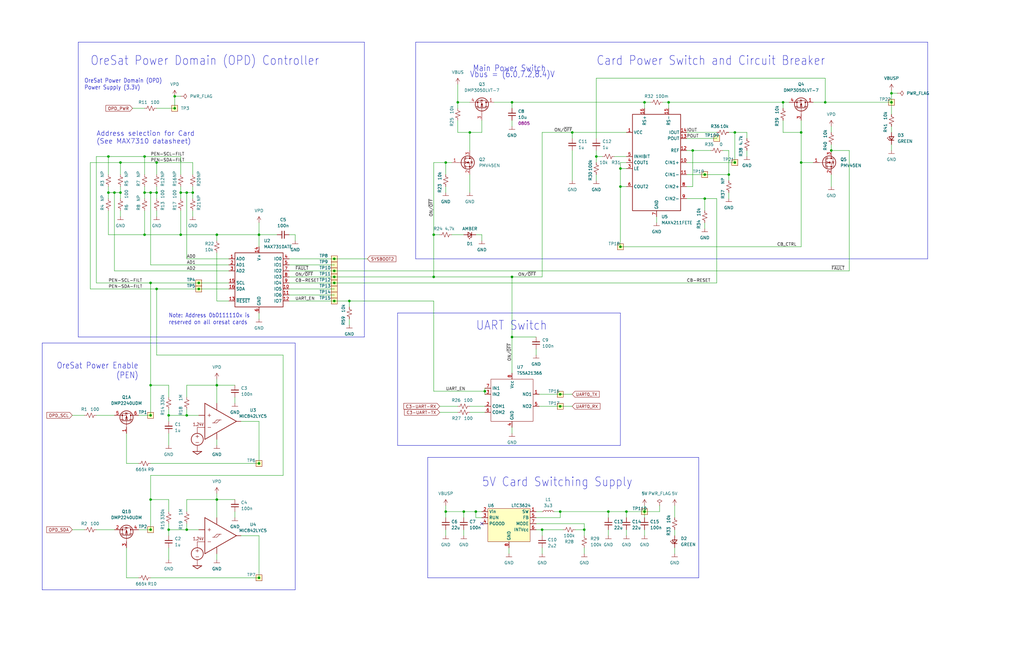
<source format=kicad_sch>
(kicad_sch (version 20230121) (generator eeschema)
  (paper "B")
  (junction (at 337.82 68.58))
  (junction (at 251.46 66.04))
  (junction (at 147.32 127))
  (junction (at 73.66 45.72))
  (junction (at 309.88 68.58))
  (junction (at 350.52 63.5))
  (junction (at 337.82 55.88))
  (junction (at 109.22 195.58))
  (junction (at 140.97 119.38))
  (junction (at 63.5 162.56))
  (junction (at 215.9 142.24))
  (junction (at 63.5 81.28))
  (junction (at 198.12 55.88))
  (junction (at 193.04 43.18))
  (junction (at 297.18 83.82))
  (junction (at 215.9 43.18))
  (junction (at 271.78 43.18))
  (junction (at 50.8 81.28))
  (junction (at 261.62 78.74))
  (junction (at 78.74 223.52))
  (junction (at 256.54 215.9))
  (junction (at 78.74 175.26))
  (junction (at 195.58 215.9))
  (junction (at 63.5 175.26))
  (junction (at 83.82 119.38))
  (junction (at 236.22 171.45))
  (junction (at 63.5 210.82))
  (junction (at 81.28 81.28))
  (junction (at 60.96 81.28))
  (junction (at 140.97 114.3))
  (junction (at 63.5 223.52))
  (junction (at 109.22 243.84))
  (junction (at 330.2 43.18))
  (junction (at 204.47 165.1))
  (junction (at 60.96 99.06))
  (junction (at 228.6 223.52))
  (junction (at 307.34 73.66))
  (junction (at 83.82 121.92))
  (junction (at 309.88 55.88))
  (junction (at 78.74 81.28))
  (junction (at 375.92 43.18))
  (junction (at 215.9 116.84))
  (junction (at 91.44 162.56))
  (junction (at 45.72 81.28))
  (junction (at 236.22 215.9))
  (junction (at 187.96 215.9))
  (junction (at 60.96 66.04))
  (junction (at 91.44 99.06))
  (junction (at 182.88 116.84))
  (junction (at 182.88 99.06))
  (junction (at 76.2 99.06))
  (junction (at 297.18 73.66))
  (junction (at 200.66 215.9))
  (junction (at 292.1 63.5))
  (junction (at 45.72 66.04))
  (junction (at 261.62 71.12))
  (junction (at 264.16 215.9))
  (junction (at 140.97 127))
  (junction (at 66.04 121.92))
  (junction (at 140.97 109.22))
  (junction (at 109.22 99.06))
  (junction (at 241.3 55.88))
  (junction (at 347.98 43.18))
  (junction (at 91.44 210.82))
  (junction (at 66.04 68.58))
  (junction (at 271.78 215.9))
  (junction (at 261.62 104.14))
  (junction (at 50.8 68.58))
  (junction (at 187.96 68.58))
  (junction (at 63.5 119.38))
  (junction (at 140.97 116.84))
  (junction (at 281.94 43.18))
  (junction (at 66.04 81.28))
  (junction (at 76.2 81.28))
  (junction (at 375.92 39.37))
  (junction (at 71.12 223.52))
  (junction (at 73.66 40.64))
  (junction (at 71.12 175.26))
  (junction (at 236.22 166.37))
  (junction (at 48.26 81.28))
  (junction (at 246.38 223.52))
  (no_connect (at 203.2 220.98))
  (wire (pts (xy 337.82 55.88) (xy 337.82 68.58)))
  (wire (pts (xy 147.32 127) (xy 182.88 127)))
  (wire (pts (xy 215.9 142.24) (xy 226.06 142.24)))
  (wire (pts (xy 81.28 78.74) (xy 81.28 81.28)))
  (wire (pts (xy 314.96 58.42) (xy 314.96 55.88)))
  (wire (pts (xy 83.82 119.38) (xy 96.52 119.38)))
  (wire (pts (xy 241.3 55.88) (xy 264.16 55.88)))
  (wire (pts (xy 271.78 43.18) (xy 271.78 45.72)))
  (polyline (pts (xy 180.34 193.04) (xy 180.34 243.84)))
  (wire (pts (xy 182.88 127) (xy 182.88 165.1)))
  (wire (pts (xy 271.78 223.52) (xy 271.78 226.06)))
  (wire (pts (xy 38.1 68.58) (xy 38.1 121.92)))
  (polyline (pts (xy 180.34 193.04) (xy 294.64 193.04)))
  (wire (pts (xy 38.1 121.92) (xy 66.04 121.92)))
  (wire (pts (xy 78.74 109.22) (xy 96.52 109.22)))
  (wire (pts (xy 215.9 142.24) (xy 215.9 157.48)))
  (wire (pts (xy 375.92 39.37) (xy 378.46 39.37)))
  (wire (pts (xy 226.06 147.32) (xy 226.06 149.86)))
  (wire (pts (xy 40.64 223.52) (xy 48.26 223.52)))
  (wire (pts (xy 63.5 210.82) (xy 63.5 200.66)))
  (wire (pts (xy 375.92 43.18) (xy 375.92 48.26)))
  (wire (pts (xy 50.8 68.58) (xy 38.1 68.58)))
  (wire (pts (xy 261.62 68.58) (xy 261.62 71.12)))
  (wire (pts (xy 45.72 66.04) (xy 45.72 73.66)))
  (wire (pts (xy 45.72 78.74) (xy 45.72 81.28)))
  (wire (pts (xy 66.04 88.9) (xy 66.04 91.44)))
  (polyline (pts (xy 153.67 17.78) (xy 33.02 17.78)))
  (polyline (pts (xy 261.62 187.96) (xy 261.62 132.08)))
  (wire (pts (xy 71.12 167.64) (xy 71.12 162.56)))
  (wire (pts (xy 66.04 68.58) (xy 66.04 73.66)))
  (wire (pts (xy 91.44 127) (xy 96.52 127)))
  (wire (pts (xy 121.92 127) (xy 140.97 127)))
  (wire (pts (xy 76.2 99.06) (xy 91.44 99.06)))
  (wire (pts (xy 261.62 78.74) (xy 264.16 78.74)))
  (polyline (pts (xy 17.78 144.78) (xy 124.46 144.78)))
  (wire (pts (xy 347.98 33.02) (xy 347.98 43.18)))
  (wire (pts (xy 182.88 116.84) (xy 140.97 116.84)))
  (wire (pts (xy 40.64 66.04) (xy 40.64 119.38)))
  (wire (pts (xy 60.96 88.9) (xy 60.96 99.06)))
  (wire (pts (xy 200.66 99.06) (xy 203.2 99.06)))
  (wire (pts (xy 63.5 195.58) (xy 109.22 195.58)))
  (wire (pts (xy 60.96 99.06) (xy 76.2 99.06)))
  (wire (pts (xy 30.48 175.26) (xy 35.56 175.26)))
  (wire (pts (xy 309.88 55.88) (xy 307.34 55.88)))
  (wire (pts (xy 58.42 243.84) (xy 53.34 243.84)))
  (wire (pts (xy 281.94 43.18) (xy 281.94 45.72)))
  (wire (pts (xy 91.44 99.06) (xy 109.22 99.06)))
  (polyline (pts (xy 124.46 248.92) (xy 124.46 144.78)))
  (wire (pts (xy 193.04 45.72) (xy 193.04 43.18)))
  (wire (pts (xy 78.74 175.26) (xy 71.12 175.26)))
  (wire (pts (xy 40.64 175.26) (xy 48.26 175.26)))
  (wire (pts (xy 187.96 215.9) (xy 195.58 215.9)))
  (wire (pts (xy 203.2 50.8) (xy 203.2 55.88)))
  (wire (pts (xy 337.82 50.8) (xy 337.82 55.88)))
  (wire (pts (xy 307.34 76.2) (xy 307.34 73.66)))
  (wire (pts (xy 236.22 215.9) (xy 256.54 215.9)))
  (wire (pts (xy 228.6 223.52) (xy 228.6 226.06)))
  (wire (pts (xy 193.04 50.8) (xy 193.04 55.88)))
  (wire (pts (xy 71.12 182.88) (xy 71.12 187.96)))
  (wire (pts (xy 226.06 215.9) (xy 228.6 215.9)))
  (wire (pts (xy 375.92 53.34) (xy 375.92 55.88)))
  (wire (pts (xy 292.1 63.5) (xy 299.72 63.5)))
  (wire (pts (xy 227.33 166.37) (xy 236.22 166.37)))
  (wire (pts (xy 251.46 33.02) (xy 347.98 33.02)))
  (wire (pts (xy 48.26 81.28) (xy 48.26 114.3)))
  (wire (pts (xy 91.44 233.68) (xy 91.44 236.22)))
  (wire (pts (xy 281.94 43.18) (xy 330.2 43.18)))
  (wire (pts (xy 91.44 101.6) (xy 91.44 99.06)))
  (wire (pts (xy 309.88 55.88) (xy 309.88 68.58)))
  (wire (pts (xy 284.48 223.52) (xy 284.48 226.06)))
  (wire (pts (xy 307.34 63.5) (xy 304.8 63.5)))
  (wire (pts (xy 251.46 73.66) (xy 251.46 76.2)))
  (wire (pts (xy 289.56 55.88) (xy 302.26 55.88)))
  (wire (pts (xy 278.13 213.36) (xy 278.13 215.9)))
  (wire (pts (xy 66.04 81.28) (xy 66.04 83.82)))
  (wire (pts (xy 187.96 68.58) (xy 187.96 73.66)))
  (wire (pts (xy 289.56 58.42) (xy 302.26 58.42)))
  (wire (pts (xy 76.2 66.04) (xy 60.96 66.04)))
  (wire (pts (xy 76.2 81.28) (xy 76.2 83.82)))
  (wire (pts (xy 297.18 83.82) (xy 297.18 88.9)))
  (wire (pts (xy 350.52 60.96) (xy 350.52 63.5)))
  (wire (pts (xy 314.96 55.88) (xy 309.88 55.88)))
  (polyline (pts (xy 180.34 243.84) (xy 294.64 243.84)))
  (wire (pts (xy 187.96 215.9) (xy 187.96 218.44)))
  (polyline (pts (xy 153.67 142.24) (xy 153.67 17.78)))
  (wire (pts (xy 187.96 213.36) (xy 187.96 215.9)))
  (wire (pts (xy 264.16 223.52) (xy 264.16 226.06)))
  (wire (pts (xy 297.18 73.66) (xy 289.56 73.66)))
  (wire (pts (xy 214.63 231.14) (xy 214.63 233.68)))
  (wire (pts (xy 45.72 81.28) (xy 45.72 83.82)))
  (wire (pts (xy 297.18 83.82) (xy 302.26 83.82)))
  (wire (pts (xy 76.2 78.74) (xy 76.2 81.28)))
  (wire (pts (xy 71.12 162.56) (xy 63.5 162.56)))
  (wire (pts (xy 63.5 81.28) (xy 63.5 111.76)))
  (wire (pts (xy 182.88 165.1) (xy 204.47 165.1)))
  (wire (pts (xy 330.2 55.88) (xy 337.82 55.88)))
  (wire (pts (xy 241.3 55.88) (xy 241.3 58.42)))
  (wire (pts (xy 215.9 142.24) (xy 215.9 116.84)))
  (wire (pts (xy 60.96 83.82) (xy 60.96 81.28)))
  (wire (pts (xy 81.28 88.9) (xy 81.28 91.44)))
  (wire (pts (xy 242.57 223.52) (xy 246.38 223.52)))
  (wire (pts (xy 195.58 223.52) (xy 195.58 226.06)))
  (wire (pts (xy 198.12 55.88) (xy 198.12 63.5)))
  (wire (pts (xy 256.54 215.9) (xy 264.16 215.9)))
  (wire (pts (xy 48.26 114.3) (xy 96.52 114.3)))
  (wire (pts (xy 271.78 43.18) (xy 274.32 43.18)))
  (wire (pts (xy 40.64 119.38) (xy 63.5 119.38)))
  (wire (pts (xy 121.92 121.92) (xy 140.97 121.92)))
  (wire (pts (xy 63.5 175.26) (xy 58.42 175.26)))
  (wire (pts (xy 279.4 43.18) (xy 281.94 43.18)))
  (wire (pts (xy 227.33 171.45) (xy 236.22 171.45)))
  (wire (pts (xy 204.47 165.1) (xy 204.47 166.37)))
  (wire (pts (xy 251.46 66.04) (xy 254 66.04)))
  (wire (pts (xy 215.9 43.18) (xy 208.28 43.18)))
  (wire (pts (xy 358.14 63.5) (xy 358.14 114.3)))
  (wire (pts (xy 307.34 73.66) (xy 297.18 73.66)))
  (wire (pts (xy 101.6 226.06) (xy 109.22 226.06)))
  (wire (pts (xy 271.78 213.36) (xy 271.78 215.9)))
  (wire (pts (xy 228.6 55.88) (xy 228.6 116.84)))
  (wire (pts (xy 226.06 220.98) (xy 246.38 220.98)))
  (wire (pts (xy 228.6 223.52) (xy 237.49 223.52)))
  (wire (pts (xy 337.82 68.58) (xy 342.9 68.58)))
  (wire (pts (xy 45.72 66.04) (xy 40.64 66.04)))
  (wire (pts (xy 45.72 99.06) (xy 60.96 99.06)))
  (wire (pts (xy 193.04 35.56) (xy 193.04 43.18)))
  (wire (pts (xy 264.16 218.44) (xy 264.16 215.9)))
  (wire (pts (xy 350.52 73.66) (xy 350.52 78.74)))
  (wire (pts (xy 215.9 116.84) (xy 182.88 116.84)))
  (wire (pts (xy 83.82 121.92) (xy 96.52 121.92)))
  (wire (pts (xy 71.12 223.52) (xy 71.12 226.06)))
  (wire (pts (xy 50.8 78.74) (xy 50.8 81.28)))
  (wire (pts (xy 109.22 195.58) (xy 109.22 177.8)))
  (wire (pts (xy 246.38 220.98) (xy 246.38 223.52)))
  (wire (pts (xy 251.46 66.04) (xy 251.46 68.58)))
  (wire (pts (xy 91.44 208.28) (xy 91.44 210.82)))
  (wire (pts (xy 187.96 68.58) (xy 190.5 68.58)))
  (wire (pts (xy 203.2 215.9) (xy 200.66 215.9)))
  (wire (pts (xy 60.96 81.28) (xy 63.5 81.28)))
  (wire (pts (xy 147.32 134.62) (xy 147.32 137.16)))
  (wire (pts (xy 121.92 109.22) (xy 140.97 109.22)))
  (wire (pts (xy 302.26 119.38) (xy 140.97 119.38)))
  (wire (pts (xy 78.74 223.52) (xy 83.82 223.52)))
  (wire (pts (xy 76.2 88.9) (xy 76.2 99.06)))
  (wire (pts (xy 261.62 78.74) (xy 261.62 104.14)))
  (wire (pts (xy 185.42 171.45) (xy 193.04 171.45)))
  (wire (pts (xy 289.56 68.58) (xy 309.88 68.58)))
  (wire (pts (xy 195.58 215.9) (xy 195.58 218.44)))
  (wire (pts (xy 99.06 162.56) (xy 91.44 162.56)))
  (wire (pts (xy 198.12 171.45) (xy 204.47 171.45)))
  (wire (pts (xy 330.2 43.18) (xy 332.74 43.18)))
  (wire (pts (xy 71.12 175.26) (xy 71.12 177.8)))
  (wire (pts (xy 314.96 63.5) (xy 314.96 66.04)))
  (wire (pts (xy 124.46 99.06) (xy 121.92 99.06)))
  (wire (pts (xy 204.47 165.1) (xy 204.47 163.83)))
  (wire (pts (xy 121.92 119.38) (xy 140.97 119.38)))
  (polyline (pts (xy 167.64 132.08) (xy 261.62 132.08)))
  (wire (pts (xy 78.74 215.9) (xy 78.74 210.82)))
  (wire (pts (xy 193.04 43.18) (xy 198.12 43.18)))
  (wire (pts (xy 30.48 223.52) (xy 35.56 223.52)))
  (wire (pts (xy 121.92 114.3) (xy 140.97 114.3)))
  (wire (pts (xy 215.9 50.8) (xy 215.9 53.34)))
  (wire (pts (xy 45.72 81.28) (xy 48.26 81.28)))
  (wire (pts (xy 109.22 99.06) (xy 109.22 104.14)))
  (wire (pts (xy 261.62 71.12) (xy 264.16 71.12)))
  (wire (pts (xy 236.22 215.9) (xy 236.22 218.44)))
  (wire (pts (xy 53.34 243.84) (xy 53.34 231.14)))
  (wire (pts (xy 63.5 119.38) (xy 83.82 119.38)))
  (wire (pts (xy 81.28 68.58) (xy 66.04 68.58)))
  (wire (pts (xy 66.04 45.72) (xy 73.66 45.72)))
  (wire (pts (xy 91.44 185.42) (xy 91.44 187.96)))
  (wire (pts (xy 297.18 93.98) (xy 297.18 96.52)))
  (wire (pts (xy 187.96 78.74) (xy 187.96 81.28)))
  (wire (pts (xy 307.34 81.28) (xy 307.34 83.82)))
  (wire (pts (xy 140.97 109.22) (xy 154.94 109.22)))
  (wire (pts (xy 119.38 149.86) (xy 66.04 149.86)))
  (wire (pts (xy 63.5 210.82) (xy 63.5 223.52)))
  (polyline (pts (xy 391.16 109.22) (xy 175.26 109.22)))
  (wire (pts (xy 182.88 116.84) (xy 182.88 99.06)))
  (wire (pts (xy 215.9 180.34) (xy 215.9 182.88)))
  (wire (pts (xy 241.3 63.5) (xy 241.3 76.2)))
  (wire (pts (xy 347.98 43.18) (xy 342.9 43.18)))
  (wire (pts (xy 264.16 215.9) (xy 271.78 215.9)))
  (wire (pts (xy 78.74 175.26) (xy 78.74 172.72)))
  (wire (pts (xy 233.68 215.9) (xy 236.22 215.9)))
  (wire (pts (xy 182.88 68.58) (xy 187.96 68.58)))
  (polyline (pts (xy 17.78 144.78) (xy 17.78 248.92)))
  (wire (pts (xy 187.96 223.52) (xy 187.96 226.06)))
  (wire (pts (xy 109.22 93.98) (xy 109.22 99.06)))
  (wire (pts (xy 307.34 73.66) (xy 307.34 63.5)))
  (wire (pts (xy 256.54 223.52) (xy 256.54 226.06)))
  (wire (pts (xy 228.6 116.84) (xy 215.9 116.84)))
  (wire (pts (xy 60.96 66.04) (xy 45.72 66.04)))
  (wire (pts (xy 140.97 127) (xy 147.32 127)))
  (wire (pts (xy 78.74 167.64) (xy 78.74 162.56)))
  (wire (pts (xy 246.38 231.14) (xy 246.38 233.68)))
  (wire (pts (xy 63.5 162.56) (xy 63.5 175.26)))
  (wire (pts (xy 60.96 78.74) (xy 60.96 81.28)))
  (wire (pts (xy 195.58 215.9) (xy 200.66 215.9)))
  (wire (pts (xy 292.1 78.74) (xy 292.1 63.5)))
  (wire (pts (xy 99.06 215.9) (xy 99.06 218.44)))
  (wire (pts (xy 284.48 213.36) (xy 284.48 218.44)))
  (wire (pts (xy 78.74 223.52) (xy 78.74 220.98)))
  (wire (pts (xy 50.8 68.58) (xy 50.8 73.66)))
  (polyline (pts (xy 33.02 142.24) (xy 153.67 142.24)))
  (wire (pts (xy 45.72 88.9) (xy 45.72 99.06)))
  (wire (pts (xy 246.38 223.52) (xy 246.38 226.06)))
  (wire (pts (xy 71.12 210.82) (xy 63.5 210.82)))
  (wire (pts (xy 261.62 104.14) (xy 337.82 104.14)))
  (polyline (pts (xy 167.64 187.96) (xy 261.62 187.96)))
  (wire (pts (xy 228.6 223.52) (xy 226.06 223.52)))
  (wire (pts (xy 66.04 121.92) (xy 83.82 121.92)))
  (wire (pts (xy 66.04 78.74) (xy 66.04 81.28)))
  (wire (pts (xy 63.5 119.38) (xy 63.5 162.56)))
  (wire (pts (xy 78.74 162.56) (xy 91.44 162.56)))
  (wire (pts (xy 284.48 231.14) (xy 284.48 233.68)))
  (wire (pts (xy 182.88 99.06) (xy 182.88 68.58)))
  (polyline (pts (xy 175.26 109.22) (xy 175.26 17.78)))
  (wire (pts (xy 147.32 127) (xy 147.32 129.54)))
  (wire (pts (xy 292.1 63.5) (xy 289.56 63.5)))
  (wire (pts (xy 58.42 195.58) (xy 53.34 195.58)))
  (wire (pts (xy 83.82 175.26) (xy 78.74 175.26)))
  (wire (pts (xy 71.12 223.52) (xy 78.74 223.52)))
  (wire (pts (xy 203.2 99.06) (xy 203.2 101.6)))
  (wire (pts (xy 200.66 218.44) (xy 203.2 218.44)))
  (wire (pts (xy 109.22 226.06) (xy 109.22 243.84)))
  (wire (pts (xy 63.5 81.28) (xy 66.04 81.28)))
  (wire (pts (xy 81.28 81.28) (xy 78.74 81.28)))
  (wire (pts (xy 289.56 78.74) (xy 292.1 78.74)))
  (wire (pts (xy 60.96 66.04) (xy 60.96 73.66)))
  (wire (pts (xy 190.5 99.06) (xy 195.58 99.06)))
  (polyline (pts (xy 33.02 17.78) (xy 33.02 142.24)))
  (wire (pts (xy 76.2 73.66) (xy 76.2 66.04)))
  (wire (pts (xy 99.06 167.64) (xy 99.06 170.18)))
  (wire (pts (xy 109.22 99.06) (xy 116.84 99.06)))
  (wire (pts (xy 278.13 215.9) (xy 271.78 215.9)))
  (wire (pts (xy 48.26 81.28) (xy 50.8 81.28)))
  (wire (pts (xy 259.08 66.04) (xy 264.16 66.04)))
  (wire (pts (xy 78.74 210.82) (xy 91.44 210.82)))
  (wire (pts (xy 71.12 215.9) (xy 71.12 210.82)))
  (wire (pts (xy 66.04 68.58) (xy 50.8 68.58)))
  (wire (pts (xy 236.22 171.45) (xy 241.3 171.45)))
  (wire (pts (xy 375.92 38.1) (xy 375.92 39.37)))
  (wire (pts (xy 78.74 81.28) (xy 78.74 109.22)))
  (wire (pts (xy 264.16 68.58) (xy 261.62 68.58)))
  (wire (pts (xy 109.22 177.8) (xy 101.6 177.8)))
  (wire (pts (xy 330.2 45.72) (xy 330.2 43.18)))
  (wire (pts (xy 358.14 114.3) (xy 140.97 114.3)))
  (wire (pts (xy 347.98 43.18) (xy 375.92 43.18)))
  (wire (pts (xy 302.26 83.82) (xy 302.26 119.38)))
  (wire (pts (xy 53.34 195.58) (xy 53.34 182.88)))
  (wire (pts (xy 215.9 43.18) (xy 271.78 43.18)))
  (wire (pts (xy 289.56 83.82) (xy 297.18 83.82)))
  (wire (pts (xy 375.92 60.96) (xy 375.92 63.5)))
  (wire (pts (xy 55.88 45.72) (xy 60.96 45.72)))
  (polyline (pts (xy 175.26 17.78) (xy 391.16 17.78)))
  (wire (pts (xy 91.44 127) (xy 91.44 106.68)))
  (wire (pts (xy 193.04 55.88) (xy 198.12 55.88)))
  (wire (pts (xy 124.46 101.6) (xy 124.46 99.06)))
  (wire (pts (xy 203.2 55.88) (xy 198.12 55.88)))
  (wire (pts (xy 91.44 210.82) (xy 91.44 218.44)))
  (polyline (pts (xy 17.78 248.92) (xy 124.46 248.92)))
  (wire (pts (xy 71.12 231.14) (xy 71.12 236.22)))
  (wire (pts (xy 350.52 53.34) (xy 350.52 55.88)))
  (wire (pts (xy 251.46 33.02) (xy 251.46 58.42)))
  (wire (pts (xy 50.8 88.9) (xy 50.8 91.44)))
  (wire (pts (xy 81.28 73.66) (xy 81.28 68.58)))
  (wire (pts (xy 256.54 218.44) (xy 256.54 215.9)))
  (wire (pts (xy 109.22 132.08) (xy 109.22 134.62)))
  (wire (pts (xy 71.12 223.52) (xy 71.12 220.98)))
  (wire (pts (xy 121.92 111.76) (xy 140.97 111.76)))
  (wire (pts (xy 271.78 215.9) (xy 271.78 218.44)))
  (wire (pts (xy 121.92 124.46) (xy 140.97 124.46)))
  (wire (pts (xy 375.92 39.37) (xy 375.92 43.18)))
  (wire (pts (xy 91.44 162.56) (xy 91.44 170.18)))
  (wire (pts (xy 73.66 40.64) (xy 76.2 40.64)))
  (wire (pts (xy 228.6 55.88) (xy 241.3 55.88)))
  (wire (pts (xy 182.88 99.06) (xy 185.42 99.06)))
  (wire (pts (xy 73.66 40.64) (xy 73.66 45.72)))
  (wire (pts (xy 337.82 68.58) (xy 337.82 104.14)))
  (wire (pts (xy 109.22 243.84) (xy 63.5 243.84)))
  (wire (pts (xy 58.42 223.52) (xy 63.5 223.52)))
  (wire (pts (xy 261.62 71.12) (xy 261.62 78.74)))
  (wire (pts (xy 119.38 200.66) (xy 119.38 149.86)))
  (wire (pts (xy 236.22 166.37) (xy 241.3 166.37)))
  (polyline (pts (xy 391.16 17.78) (xy 391.16 109.22)))
  (wire (pts (xy 121.92 116.84) (xy 140.97 116.84)))
  (wire (pts (xy 50.8 81.28) (xy 50.8 83.82)))
  (wire (pts (xy 63.5 111.76) (xy 96.52 111.76)))
  (polyline (pts (xy 167.64 132.08) (xy 167.64 187.96)))
  (wire (pts (xy 251.46 63.5) (xy 251.46 66.04)))
  (wire (pts (xy 66.04 149.86) (xy 66.04 121.92)))
  (wire (pts (xy 215.9 45.72) (xy 215.9 43.18)))
  (wire (pts (xy 78.74 81.28) (xy 76.2 81.28)))
  (polyline (pts (xy 294.64 243.84) (xy 294.64 193.04)))
  (wire (pts (xy 81.28 81.28) (xy 81.28 83.82)))
  (wire (pts (xy 226.06 218.44) (xy 236.22 218.44)))
  (wire (pts (xy 71.12 175.26) (xy 71.12 172.72)))
  (wire (pts (xy 185.42 173.99) (xy 193.04 173.99)))
  (wire (pts (xy 200.66 215.9) (xy 200.66 218.44)))
  (wire (pts (xy 198.12 173.99) (xy 204.47 173.99)))
  (wire (pts (xy 350.52 63.5) (xy 358.14 63.5)))
  (wire (pts (xy 330.2 50.8) (xy 330.2 55.88)))
  (wire (pts (xy 63.5 200.66) (xy 119.38 200.66)))
  (wire (pts (xy 228.6 231.14) (xy 228.6 233.68)))
  (wire (pts (xy 91.44 162.56) (xy 91.44 160.02)))
  (wire (pts (xy 198.12 73.66) (xy 198.12 81.28)))
  (wire (pts (xy 276.86 91.44) (xy 276.86 93.98)))
  (wire (pts (xy 91.44 210.82) (xy 99.06 210.82)))
  (text "Vbus = (6.0,7.2,8.4)V" (at 198.12 33.02 0) (effects (font (size 2.54 2.159)) (justify left bottom)))
  (text "5V Card Switching Supply" (at 203.2 205.74 0) (effects (font (size 3.81 3.2385)) (justify left bottom)))
  (text "OreSat Power Domain (OPD)\nPower Supply (3.3V)" (at 35.56 38.1 0) (effects (font (size 1.778 1.5113)) (justify left bottom)))
  (text "OreSat Power Domain (OPD) Controller" (at 38.1 27.94 0) (effects (font (size 3.81 3.2385)) (justify left bottom)))
  (text "UART Switch" (at 200.66 139.7 0) (effects (font (size 3.81 3.2385)) (justify left bottom)))
  (text "Card Power Switch and Circuit Breaker" (at 251.46 27.94 0) (effects (font (size 3.81 3.2385)) (justify left bottom)))
  (text "Note: Address 0b0111110x is\nreserved on all oresat cards" (at 71.12 137.16 0) (effects (font (size 1.778 1.5113)) (justify left bottom)))
  (text "Address selection for Card\n(See MAX7310 datasheet)" (at 40.64 60.96 0) (effects (font (size 2.032 2.032)) (justify left bottom)))
  (text "OreSat Power Enable\n(PEN)" (at 58.42 160.02 0) (effects (font (size 2.54 2.159)) (justify right bottom)))
  (text "Main Power Switch" (at 199.39 30.48 0) (effects (font (size 2.54 2.159)) (justify left bottom)))
  (label "IOUT" (at 289.56 55.88 0))
  (label "AD1" (at 78.74 111.76 0))
  (label "CB_CTRL" (at 327.66 104.14 0))
  (label "~{FAULT}" (at 124.46 114.3 0))
  (label "AD2" (at 78.74 114.3 0))
  (label "CB-RESET" (at 124.46 119.38 0))
  (label "PEN-SCL-FILT" (at 45.72 119.38 0))
  (label "PEN-SCL-FILT" (at 63.5 66.04 0))
  (label "PEN-SDA-FILT" (at 45.72 121.92 0))
  (label "AD0" (at 78.74 109.22 0))
  (label "ON{slash}~{OFF}" (at 182.88 91.44 90))
  (label "UART_EN" (at 187.96 165.1 0))
  (label "CB-RESET" (at 289.56 119.38 0))
  (label "ON{slash}~{OFF}" (at 233.68 55.88 0))
  (label "~{FAULT}" (at 350.52 114.3 0))
  (label "ON{slash}~{OFF}" (at 215.9 152.4 90))
  (label "ON{slash}~{OFF}" (at 124.46 116.84 0))
  (label "POUT" (at 289.56 58.42 0))
  (label "UART_EN" (at 124.46 127 0))
  (label "PEN-SDA-FILT" (at 63.5 68.58 0))
  (label "ON{slash}~{OFF}" (at 218.44 116.84 0))
  (global_label "C3-UART-TX" (shape input) (at 185.42 173.99 180) (property "Intersheetrefs" "${INTERSHEET_REFS}" (at 170.5488 173.9106 0) (effects (justify right))))
  (global_label "OPD_SCL" (shape input) (at 30.48 175.26 180) (property "Intersheetrefs" "${INTERSHEET_REFS}" (at 19.7212 175.1806 0) (effects (justify right))))
  (global_label "OPD_PWR" (shape input) (at 55.88 45.72 180) (property "Intersheetrefs" "${INTERSHEET_REFS}" (at 44.6374 45.6406 0) (effects (justify right))))
  (global_label "OPD_SDA" (shape input) (at 30.48 223.52 180) (property "Intersheetrefs" "${INTERSHEET_REFS}" (at 19.6607 223.4406 0) (effects (justify right))))
  (global_label "UART0_TX" (shape input) (at 241.3 166.37 0) (property "Intersheetrefs" "${INTERSHEET_REFS}" (at 252.7241 166.2906 0) (effects (justify left))))
  (global_label "SYSBOOT2" (shape input) (at 154.94 109.22 0) (property "Intersheetrefs" "${INTERSHEET_REFS}" (at 167.4615 109.22 0) (effects (justify left))))
  (global_label "C3-UART-RX" (shape input) (at 185.42 171.45 180) (property "Intersheetrefs" "${INTERSHEET_REFS}" (at 170.2464 171.3706 0) (effects (justify right))))
  (global_label "UART0_RX" (shape input) (at 241.3 171.45 0) (property "Intersheetrefs" "${INTERSHEET_REFS}" (at 253.0264 171.3706 0) (effects (justify left))))
  (symbol (lib_id "power:PWR_FLAG") (at 378.46 39.37 270) (unit 1)
    (property "Reference" "#FLG03" (effects hide))
    (property "Value" "PWR_FLAG" (at 382.27 39.37 90) (effects (justify left)))
  )
  (symbol (lib_id "oresat-power:VBUS") (at 193.04 35.56 0) (unit 1)
    (property "Reference" "#VBUS0101" (effects hide))
    (property "Value" "VBUS" (at 193.04 30.48 0))
  )
  (symbol (lib_id "oresat-power:GND") (at 276.86 93.98 0) (unit 1)
    (property "Reference" "#GND0122" (effects hide))
    (property "Value" "GND" (at 276.86 97.79 0))
  )
  (symbol (lib_id "oresat-transistors:DMP3050LVT-7") (at 203.2 45.72 270) (mirror x) (unit 1)
    (property "Reference" "Q3" (at 203.2 35.56 90))
    (property "Value" "DMP3050LVT-7" (at 203.2 38.1 90))
    (property "Footprint" "Package_TO_SOT_SMD:SOT-23-6" (effects hide))
    (property "Datasheet" "https://www.diodes.com/assets/Datasheets/DMP3050LVT.pdf" (effects hide))
  )
  (symbol (lib_id "oresat-misc:Test-Point-0.75mm-th") (at 140.97 127 0) (unit 1)
    (property "Reference" "TP15" (at 134.62 125.73 0) (effects (justify left)))
    (property "Value" "1x01" (effects hide))
    (property "Footprint" "oresat-misc:TestPoint-0.75mm-th" (effects hide))
  )
  (symbol (lib_id "oresat-power:VPD") (at 91.44 208.28 0) (unit 1)
    (property "Reference" "#VPD0103" (effects hide))
    (property "Value" "VPD" (at 91.44 203.2 0))
  )
  (symbol (lib_id "oresat-misc:Test-Point-0.75mm-th") (at 109.22 243.84 0) (unit 1)
    (property "Reference" "TP7" (at 104.14 242.57 0) (effects (justify left)))
    (property "Value" "1x01" (effects hide))
    (property "Footprint" "oresat-misc:TestPoint-0.75mm-th" (effects hide))
  )
  (symbol (lib_id "Device:R_Small_US") (at 45.72 76.2 0) (unit 1)
    (property "Reference" "R3" (at 43.18 78.74 90) (effects (justify left)))
    (property "Value" "NP" (at 43.18 74.93 90) (effects (justify left)))
    (property "Footprint" "Resistor_SMD:R_0603_1608Metric" (effects hide))
  )
  (symbol (lib_id "oresat-power:VPD") (at 109.22 93.98 0) (unit 1)
    (property "Reference" "#VPD0105" (effects hide))
    (property "Value" "VPD" (at 109.22 88.9 0))
  )
  (symbol (lib_id "Device:C_Small") (at 215.9 48.26 180) (unit 1)
    (property "Reference" "C8" (at 218.44 46.9835 0) (effects (justify right)))
    (property "Value" "10u" (at 218.44 49.5235 0) (effects (justify right)))
    (property "Footprint" "Capacitor_SMD:C_0805_2012Metric" (effects hide))
    (property "Field4" "0805" (at 220.98 52.07 0))
  )
  (symbol (lib_id "oresat-power:GND") (at 187.96 226.06 0) (unit 1)
    (property "Reference" "#GND0128" (effects hide))
    (property "Value" "GND" (at 187.96 229.87 0))
  )
  (symbol (lib_id "Device:R_Small_US") (at 50.8 76.2 0) (unit 1)
    (property "Reference" "R5" (at 53.34 78.74 90) (effects (justify left)))
    (property "Value" "NP" (at 53.34 74.93 90) (effects (justify left)))
    (property "Footprint" "Resistor_SMD:R_0603_1608Metric" (effects hide))
  )
  (symbol (lib_id "Device:R_Small_US") (at 63.5 45.72 90) (unit 1)
    (property "Reference" "R11" (at 62.23 43.18 90) (effects (justify left)))
    (property "Value" "100" (at 67.31 43.18 90) (effects (justify left)))
    (property "Footprint" "Resistor_SMD:R_0603_1608Metric" (effects hide))
  )
  (symbol (lib_id "oresat-misc:Test-Point-0.75mm-th") (at 140.97 121.92 0) (unit 1)
    (property "Reference" "TP13" (at 134.62 120.65 0) (effects (justify left)))
    (property "Value" "1x01" (effects hide))
    (property "Footprint" "oresat-misc:TestPoint-0.75mm-th" (effects hide))
  )
  (symbol (lib_id "oresat-power:5V") (at 271.78 213.36 0) (unit 1)
    (property "Reference" "#5V0102" (effects hide))
    (property "Value" "5V" (at 271.78 208.28 0))
  )
  (symbol (lib_id "Device:C_Small") (at 195.58 220.98 0) (unit 1)
    (property "Reference" "C7" (at 197.9041 220.1516 0) (effects (justify left)))
    (property "Value" "100n" (at 197.9041 222.6885 0) (effects (justify left)))
    (property "Footprint" "Capacitor_SMD:C_0603_1608Metric" (effects hide))
  )
  (symbol (lib_id "Device:C_Small") (at 187.96 220.98 0) (unit 1)
    (property "Reference" "C6" (at 190.2841 220.1516 0) (effects (justify left)))
    (property "Value" "22u" (at 190.2841 222.6885 0) (effects (justify left)))
    (property "Footprint" "Capacitor_SMD:C_1210_3225Metric" (effects hide))
    (property "Description" "CAP CER 22UF 16V X7R 1210" (effects hide))
    (property "MFR" "Samsung Electro-Mechanics" (effects hide))
    (property "MPN" "CL32B226MOJVPNE" (effects hide))
  )
  (symbol (lib_id "Device:R_Small_US") (at 314.96 60.96 180) (unit 1)
    (property "Reference" "R38" (at 312.42 62.23 90) (effects (justify left)))
    (property "Value" "4.7k" (at 312.42 57.15 90) (effects (justify left)))
    (property "Footprint" "Resistor_SMD:R_0603_1608Metric" (effects hide))
  )
  (symbol (lib_id "Device:C_Small") (at 256.54 220.98 0) (unit 1)
    (property "Reference" "C13" (at 258.8641 220.1516 0) (effects (justify left)))
    (property "Value" "22u" (at 258.8641 222.6885 0) (effects (justify left)))
    (property "Footprint" "Capacitor_SMD:C_1210_3225Metric" (effects hide))
    (property "MPN" "CL32B226MOJVPNE" (effects hide))
    (property "MFR" "Samsung Electro-Mechanics" (effects hide))
    (property "Description" "CAP CER 22UF 16V X7R 1210" (effects hide))
  )
  (symbol (lib_id "oresat-power:VPD") (at 73.66 40.64 0) (unit 1)
    (property "Reference" "#VPD0104" (effects hide))
    (property "Value" "VPD" (at 73.66 35.56 0))
  )
  (symbol (lib_id "Device:R_Small_US") (at 147.32 132.08 180) (unit 1)
    (property "Reference" "R59" (at 144.78 133.35 90) (effects (justify left)))
    (property "Value" "10k" (at 144.78 128.27 90) (effects (justify left)))
    (property "Footprint" "Resistor_SMD:R_0603_1608Metric" (effects hide))
  )
  (symbol (lib_id "Device:R_Small_US") (at 66.04 86.36 0) (unit 1)
    (property "Reference" "R13" (at 68.58 88.9 90) (effects (justify left)))
    (property "Value" "100" (at 68.58 83.82 90) (effects (justify left)))
    (property "Footprint" "Resistor_SMD:R_0603_1608Metric" (effects hide))
  )
  (symbol (lib_id "oresat-misc:Test-Point-0.75mm-th") (at 63.5 175.26 0) (unit 1)
    (property "Reference" "TP1" (at 58.42 173.99 0) (effects (justify left)))
    (property "Value" "1x01" (effects hide))
    (property "Footprint" "oresat-misc:TestPoint-0.75mm-th" (effects hide))
  )
  (symbol (lib_id "Device:R_Small_US") (at 60.96 243.84 270) (unit 1)
    (property "Reference" "R10" (at 62.23 246.38 90) (effects (justify left)))
    (property "Value" "665k" (at 57.15 246.38 90) (effects (justify left)))
    (property "Footprint" "Resistor_SMD:R_0603_1608Metric" (effects hide))
  )
  (symbol (lib_id "Device:R_Small_US") (at 71.12 218.44 180) (unit 1)
    (property "Reference" "R15" (at 68.58 219.71 90) (effects (justify left)))
    (property "Value" "330k" (at 68.58 214.63 90) (effects (justify left)))
    (property "Footprint" "Resistor_SMD:R_0603_1608Metric" (effects hide))
  )
  (symbol (lib_id "Device:C_Small") (at 241.3 60.96 180) (unit 1)
    (property "Reference" "C11" (at 243.84 59.6835 0) (effects (justify right)))
    (property "Value" "1u" (at 243.84 62.2235 0) (effects (justify right)))
    (property "Footprint" "Capacitor_SMD:C_0603_1608Metric" (effects hide))
  )
  (symbol (lib_id "Device:C_Small") (at 71.12 228.6 180) (unit 1)
    (property "Reference" "C2" (at 73.66 227.3235 0) (effects (justify right)))
    (property "Value" "1u" (at 73.66 229.8635 0) (effects (justify right)))
    (property "Footprint" "Capacitor_SMD:C_0805_2012Metric" (effects hide))
  )
  (symbol (lib_id "Device:R_Small_US") (at 246.38 228.6 0) (unit 1)
    (property "Reference" "R29" (at 248.92 227.3299 0) (effects (justify left)))
    (property "Value" "100k" (at 248.92 229.8699 0) (effects (justify left)))
    (property "Footprint" "Resistor_SMD:R_0603_1608Metric" (effects hide))
  )
  (symbol (lib_id "Device:C_Small") (at 119.38 99.06 90) (unit 1)
    (property "Reference" "C5" (at 119.3863 92.71 90))
    (property "Value" "100n" (at 119.3863 95.25 90))
    (property "Footprint" "Capacitor_SMD:C_0603_1608Metric" (effects hide))
  )
  (symbol (lib_id "oresat-ics:MIC842LYC5") (at 91.44 177.8 0) (unit 1)
    (property "Reference" "U3" (at 106.68 173.101 0))
    (property "Value" "MIC842LYC5" (at 106.68 175.641 0))
    (property "Footprint" "Package_TO_SOT_SMD:SOT-353_SC-70-5" (effects hide))
    (property "Datasheet" "https://ww1.microchip.com/downloads/aemDocuments/documents/OTH/ProductDocuments/DataSheets/20005758A.pdf" (effects hide))
  )
  (symbol (lib_id "power:PWR_FLAG") (at 76.2 40.64 270) (unit 1)
    (property "Reference" "#FLG01" (effects hide))
    (property "Value" "PWR_FLAG" (at 80.01 40.64 90) (effects (justify left)))
  )
  (symbol (lib_id "Device:R_Small_US") (at 38.1 175.26 90) (unit 1)
    (property "Reference" "R1" (at 36.83 172.72 90) (effects (justify left)))
    (property "Value" "100" (at 41.91 172.72 90) (effects (justify left)))
    (property "Footprint" "Resistor_SMD:R_0603_1608Metric" (effects hide))
  )
  (symbol (lib_id "Device:R_Small_US") (at 50.8 86.36 0) (unit 1)
    (property "Reference" "R6" (at 53.34 88.9 90) (effects (justify left)))
    (property "Value" "100" (at 53.34 83.82 90) (effects (justify left)))
    (property "Footprint" "Resistor_SMD:R_0603_1608Metric" (effects hide))
  )
  (symbol (lib_id "Device:R_Small_US") (at 76.2 76.2 0) (unit 1)
    (property "Reference" "R16" (at 73.66 78.74 90) (effects (justify left)))
    (property "Value" "NP" (at 73.66 74.93 90) (effects (justify left)))
    (property "Footprint" "Resistor_SMD:R_0603_1608Metric" (effects hide))
  )
  (symbol (lib_id "oresat-power:GND") (at 109.22 134.62 0) (unit 1)
    (property "Reference" "#GND0115" (effects hide))
    (property "Value" "GND" (at 109.22 138.43 0))
  )
  (symbol (lib_id "Device:LED_Small") (at 375.92 58.42 90) (unit 1)
    (property "Reference" "D3" (at 378.46 57.0864 90) (effects (justify right)))
    (property "Value" "GREEN" (at 378.46 59.6264 90) (effects (justify right)))
    (property "Footprint" "LED_SMD:LED_0603_1608Metric" (effects hide))
  )
  (symbol (lib_id "Device:R_Small_US") (at 307.34 78.74 180) (unit 1)
    (property "Reference" "R37" (at 304.8 80.01 90) (effects (justify left)))
    (property "Value" "NP" (at 304.8 74.93 90) (effects (justify left)))
    (property "Footprint" "Resistor_SMD:R_0603_1608Metric" (effects hide))
  )
  (symbol (lib_id "oresat-misc:Test-Point-0.75mm-th") (at 140.97 124.46 0) (unit 1)
    (property "Reference" "TP14" (at 134.62 123.19 0) (effects (justify left)))
    (property "Value" "1x01" (effects hide))
    (property "Footprint" "oresat-misc:TestPoint-0.75mm-th" (effects hide))
  )
  (symbol (lib_id "Device:Q_Dual_PMOS_G1S2G2D2S1D1") (at 53.34 177.8 270) (mirror x) (unit 1)
    (property "Reference" "Q1" (at 53.34 167.64 90))
    (property "Value" "DMP2240UDM" (at 53.34 170.18 90))
    (property "Footprint" "Package_TO_SOT_SMD:SOT-23-6" (effects hide))
    (property "Datasheet" "https://www.diodes.com/assets/Datasheets/ds31197.pdf" (effects hide))
  )
  (symbol (lib_id "power:PWR_FLAG") (at 278.13 213.36 0) (unit 1)
    (property "Reference" "#FLG04" (effects hide))
    (property "Value" "PWR_FLAG" (at 278.13 208.28 0))
  )
  (symbol (lib_id "Device:C_Small") (at 271.78 220.98 0) (unit 1)
    (property "Reference" "C15" (at 274.1041 220.1516 0) (effects (justify left)))
    (property "Value" "100n" (at 274.1041 222.6885 0) (effects (justify left)))
    (property "Footprint" "Capacitor_SMD:C_0603_1608Metric" (effects hide))
  )
  (symbol (lib_id "oresat-power:GND") (at 71.12 236.22 0) (unit 1)
    (property "Reference" "#GND0108" (effects hide))
    (property "Value" "GND" (at 71.12 240.03 0))
  )
  (symbol (lib_id "Device:C_Small") (at 251.46 60.96 180) (unit 1)
    (property "Reference" "C12" (at 254 59.6835 0) (effects (justify right)))
    (property "Value" "1u" (at 254 62.2235 0) (effects (justify right)))
    (property "Footprint" "Capacitor_SMD:C_0603_1608Metric" (effects hide))
  )
  (symbol (lib_id "oresat-power:GND") (at 375.92 63.5 0) (unit 1)
    (property "Reference" "#GND0107" (effects hide))
    (property "Value" "GND" (at 375.92 67.31 0))
  )
  (symbol (lib_id "Device:R_Small_US") (at 350.52 58.42 180) (unit 1)
    (property "Reference" "R40" (at 347.98 59.69 90) (effects (justify left)))
    (property "Value" "10k" (at 347.98 54.61 90) (effects (justify left)))
    (property "Footprint" "Resistor_SMD:R_0603_1608Metric" (effects hide))
  )
  (symbol (lib_id "Device:R_Small_US") (at 330.2 48.26 180) (unit 1)
    (property "Reference" "R39" (at 327.66 49.53 90) (effects (justify left)))
    (property "Value" "10k" (at 327.66 44.45 90) (effects (justify left)))
    (property "Footprint" "Resistor_SMD:R_0603_1608Metric" (effects hide))
  )
  (symbol (lib_id "Device:C_Small") (at 226.06 144.78 180) (unit 1)
    (property "Reference" "C9" (at 228.6 143.5035 0) (effects (justify right)))
    (property "Value" "100n" (at 228.6 146.0435 0) (effects (justify right)))
    (property "Footprint" "Capacitor_SMD:C_0603_1608Metric" (effects hide))
  )
  (symbol (lib_id "oresat-misc:Test-Point-0.75mm-th") (at 302.26 58.42 0) (unit 1)
    (property "Reference" "TP109" (at 297.18 57.15 0) (effects (justify left)))
    (property "Value" "1x01" (effects hide))
    (property "Footprint" "oresat-misc:TestPoint-0.75mm-th" (effects hide))
  )
  (symbol (lib_id "Device:C_Small") (at 228.6 228.6 0) (unit 1)
    (property "Reference" "C10" (at 230.9241 227.7716 0) (effects (justify left)))
    (property "Value" "2u2" (at 230.9241 230.3085 0) (effects (justify left)))
    (property "Footprint" "Capacitor_SMD:C_0603_1608Metric" (effects hide))
  )
  (symbol (lib_id "oresat-power:GND") (at 81.28 91.44 0) (unit 1)
    (property "Reference" "#GND0117" (effects hide))
    (property "Value" "GND" (at 81.28 95.25 0))
  )
  (symbol (lib_id "oresat-power:5V") (at 284.48 213.36 0) (unit 1)
    (property "Reference" "#5V0101" (effects hide))
    (property "Value" "5V" (at 284.48 208.28 0))
  )
  (symbol (lib_id "Device:R_Small_US") (at 276.86 43.18 90) (unit 1)
    (property "Reference" "R32" (at 275.59 40.64 90) (effects (justify left)))
    (property "Value" "100m" (at 281.94 40.64 90) (effects (justify left)))
    (property "Footprint" "Resistor_SMD:R_1206_3216Metric" (effects hide))
  )
  (symbol (lib_id "Device:R_Small_US") (at 375.92 50.8 180) (unit 1)
    (property "Reference" "R41" (at 373.38 52.07 90) (effects (justify left)))
    (property "Value" "10k" (at 373.38 46.99 90) (effects (justify left)))
    (property "Footprint" "Resistor_SMD:R_0603_1608Metric" (effects hide))
  )
  (symbol (lib_id "oresat-misc:Test-Point-0.75mm-th") (at 236.22 171.45 0) (unit 1)
    (property "Reference" "TP17" (at 231.14 170.18 0) (effects (justify left)))
    (property "Value" "1x01" (effects hide))
    (property "Footprint" "oresat-misc:TestPoint-0.75mm-th" (effects hide))
  )
  (symbol (lib_id "Device:R_Small_US") (at 91.44 104.14 0) (unit 1)
    (property "Reference" "R22" (at 86.36 102.87 0) (effects (justify left)))
    (property "Value" "10k" (at 86.36 105.41 0) (effects (justify left)))
    (property "Footprint" "Resistor_SMD:R_0603_1608Metric" (effects hide))
  )
  (symbol (lib_id "oresat-power:VPD") (at 91.44 160.02 0) (unit 1)
    (property "Reference" "#VPD0102" (effects hide))
    (property "Value" "VPD" (at 91.44 154.94 0))
  )
  (symbol (lib_id "oresat-power:GND") (at 307.34 83.82 0) (unit 1)
    (property "Reference" "#GND0105" (effects hide))
    (property "Value" "GND" (at 307.34 87.63 0))
  )
  (symbol (lib_id "oresat-misc:Test-Point-0.75mm-th") (at 73.66 45.72 0) (unit 1)
    (property "Reference" "TP3" (at 76.2 45.72 0) (effects (justify left)))
    (property "Value" "1x01" (effects hide))
    (property "Footprint" "oresat-misc:TestPoint-0.75mm-th" (effects hide))
  )
  (symbol (lib_id "oresat-misc:Test-Point-0.75mm-th") (at 271.78 215.9 0) (unit 1)
    (property "Reference" "TP110" (at 266.7 214.63 0) (effects (justify left)))
    (property "Value" "1x01" (effects hide))
    (property "Footprint" "oresat-misc:TestPoint-0.75mm-th" (effects hide))
  )
  (symbol (lib_id "Device:C_Small") (at 264.16 220.98 0) (unit 1)
    (property "Reference" "C14" (at 266.4841 220.1516 0) (effects (justify left)))
    (property "Value" "22u" (at 266.4841 222.6885 0) (effects (justify left)))
    (property "Footprint" "Capacitor_SMD:C_1210_3225Metric" (effects hide))
    (property "MPN" "CL32B226MOJVPNE" (effects hide))
    (property "MFR" "Samsung Electro-Mechanics" (effects hide))
    (property "Description" "CAP CER 22UF 16V X7R 1210" (effects hide))
  )
  (symbol (lib_id "oresat-power:GND") (at 226.06 149.86 0) (unit 1)
    (property "Reference" "#GND0123" (effects hide))
    (property "Value" "GND" (at 226.06 153.67 0))
  )
  (symbol (lib_id "oresat-ics:MAX4211FETE") (at 276.86 66.04 0) (unit 1)
    (property "Reference" "U5" (at 278.8794 91.44 0) (effects (justify left)))
    (property "Value" "MAX4211FETE" (at 278.8794 93.98 0) (effects (justify left)))
    (property "Footprint" "Package_DFN_QFN:QFN-16-1EP_4x4mm_P0.65mm_EP2.1x2.1mm" (effects hide))
    (property "Datasheet" "https://www.mouser.com/datasheet/2/256/MAX4210-MAX4211-1265251.pdf" (effects hide))
  )
  (symbol (lib_id "Device:R_Small_US") (at 66.04 76.2 0) (unit 1)
    (property "Reference" "R12" (at 68.58 78.74 90) (effects (justify left)))
    (property "Value" "NP" (at 68.58 74.93 90) (effects (justify left)))
    (property "Footprint" "Resistor_SMD:R_0603_1608Metric" (effects hide))
  )
  (symbol (lib_id "oresat-power:GND") (at 264.16 226.06 0) (unit 1)
    (property "Reference" "#GND0127" (effects hide))
    (property "Value" "GND" (at 264.16 229.87 0))
  )
  (symbol (lib_id "oresat-power:GND") (at 91.44 236.22 0) (unit 1)
    (property "Reference" "#GND0109" (effects hide))
    (property "Value" "GND" (at 91.44 240.03 0))
  )
  (symbol (lib_id "Device:R_Small_US") (at 38.1 223.52 90) (unit 1)
    (property "Reference" "R2" (at 36.83 220.98 90) (effects (justify left)))
    (property "Value" "100" (at 41.91 220.98 90) (effects (justify left)))
    (property "Footprint" "Resistor_SMD:R_0603_1608Metric" (effects hide))
  )
  (symbol (lib_id "oresat-power:GND") (at 99.06 218.44 0) (unit 1)
    (property "Reference" "#GND0113" (effects hide))
    (property "Value" "GND" (at 99.06 222.25 0))
  )
  (symbol (lib_id "Device:R_Small_US") (at 78.74 170.18 180) (unit 1)
    (property "Reference" "R18" (at 76.2 171.45 90) (effects (justify left)))
    (property "Value" "1M" (at 76.2 166.37 90) (effects (justify left)))
    (property "Footprint" "Resistor_SMD:R_0603_1608Metric" (effects hide))
  )
  (symbol (lib_id "Device:R_Small_US") (at 60.96 195.58 270) (unit 1)
    (property "Reference" "R9" (at 62.23 198.12 90) (effects (justify left)))
    (property "Value" "665k" (at 57.15 198.12 90) (effects (justify left)))
    (property "Footprint" "Resistor_SMD:R_0603_1608Metric" (effects hide))
  )
  (symbol (lib_id "oresat-power:GND") (at 203.2 101.6 0) (unit 1)
    (property "Reference" "#GND0137" (effects hide))
    (property "Value" "GND" (at 203.2 105.41 0))
  )
  (symbol (lib_id "oresat-power:GND") (at 124.46 101.6 0) (unit 1)
    (property "Reference" "#GND0114" (effects hide))
    (property "Value" "GND" (at 124.46 105.41 0))
  )
  (symbol (lib_id "oresat-misc:Test-Point-0.75mm-th") (at 261.62 104.14 0) (unit 1)
    (property "Reference" "TP18" (at 256.54 102.87 0) (effects (justify left)))
    (property "Value" "1x01" (effects hide))
    (property "Footprint" "oresat-misc:TestPoint-0.75mm-th" (effects hide))
  )
  (symbol (lib_id "Device:R_Small_US") (at 78.74 218.44 180) (unit 1)
    (property "Reference" "R19" (at 76.2 219.71 90) (effects (justify left)))
    (property "Value" "1M" (at 76.2 214.63 90) (effects (justify left)))
    (property "Footprint" "Resistor_SMD:R_0603_1608Metric" (effects hide))
  )
  (symbol (lib_id "Device:R_Small_US") (at 71.12 170.18 180) (unit 1)
    (property "Reference" "R14" (at 68.58 171.45 90) (effects (justify left)))
    (property "Value" "330k" (at 68.58 166.37 90) (effects (justify left)))
    (property "Footprint" "Resistor_SMD:R_0603_1608Metric" (effects hide))
  )
  (symbol (lib_id "oresat-misc:Test-Point-0.75mm-th") (at 140.97 116.84 0) (unit 1)
    (property "Reference" "TP11" (at 134.62 115.57 0) (effects (justify left)))
    (property "Value" "1x01" (effects hide))
    (property "Footprint" "oresat-misc:TestPoint-0.75mm-th" (effects hide))
  )
  (symbol (lib_id "oresat-power:GND") (at 66.04 91.44 0) (unit 1)
    (property "Reference" "#GND0118" (effects hide))
    (property "Value" "GND" (at 66.04 95.25 0))
  )
  (symbol (lib_id "Device:R_Small_US") (at 45.72 86.36 0) (unit 1)
    (property "Reference" "R4" (at 43.18 88.9 90) (effects (justify left)))
    (property "Value" "NP" (at 43.18 85.09 90) (effects (justify left)))
    (property "Footprint" "Resistor_SMD:R_0603_1608Metric" (effects hide))
  )
  (symbol (lib_id "oresat-ics:LTC3624") (at 214.63 220.98 0) (unit 1)
    (property "Reference" "U6" (at 207.01 213.36 0))
    (property "Value" "LTC3624" (at 219.71 213.36 0))
    (property "Footprint" "oresat-ics:DFN-8-1EP_3x3mm_P0.5mm_EP1.65x2.38mm_ThermalVias0.3mm" (effects hide))
    (property "Datasheet" "https://www.analog.com/media/en/technical-documentation/data-sheets/36242fd.pdf" (effects hide))
    (property "MPN" "LTC3624IDD-5#PBF" (effects hide))
    (property "Description" "IC REG BUCK 5V 2A 8DFN" (effects hide))
    (property "MFR" "Analog Devices" (effects hide))
  )
  (symbol (lib_id "oresat-power:GND") (at 297.18 96.52 0) (unit 1)
    (property "Reference" "#GND0106" (effects hide))
    (property "Value" "GND" (at 297.18 100.33 0))
  )
  (symbol (lib_id "oresat-power:VBUSP") (at 375.92 38.1 0) (unit 1)
    (property "Reference" "#VBUSP0101" (effects hide))
    (property "Value" "VBUSP" (at 375.92 33.02 0))
  )
  (symbol (lib_id "oresat-power:GND") (at 147.32 137.16 0) (unit 1)
    (property "Reference" "#GND0116" (effects hide))
    (property "Value" "GND" (at 147.32 140.97 0))
  )
  (symbol (lib_id "oresat-transistors:DMP3050LVT-7") (at 337.82 45.72 270) (mirror x) (unit 1)
    (property "Reference" "Q4" (at 337.82 35.56 90))
    (property "Value" "DMP3050LVT-7" (at 337.82 38.1 90))
    (property "Footprint" "Package_TO_SOT_SMD:SOT-23-6" (effects hide))
    (property "Datasheet" "https://www.diodes.com/assets/Datasheets/DMP3050LVT.pdf" (effects hide))
  )
  (symbol (lib_id "oresat-power:GND") (at 215.9 182.88 0) (unit 1)
    (property "Reference" "#GND0124" (effects hide))
    (property "Value" "GND" (at 215.9 186.69 0))
  )
  (symbol (lib_id "oresat-misc:Test-Point-0.75mm-th") (at 109.22 195.58 0) (unit 1)
    (property "Reference" "TP6" (at 104.14 194.31 0) (effects (justify left)))
    (property "Value" "1x01" (effects hide))
    (property "Footprint" "oresat-misc:TestPoint-0.75mm-th" (effects hide))
  )
  (symbol (lib_id "oresat-power:VBUSP") (at 187.96 213.36 0) (unit 1)
    (property "Reference" "#VBUSP0102" (effects hide))
    (property "Value" "VBUSP" (at 187.96 208.28 0))
  )
  (symbol (lib_id "oresat-ics:MAX7310") (at 109.22 116.84 0) (unit 1)
    (property "Reference" "U2" (at 111.2394 101.6 0) (effects (justify left)))
    (property "Value" "MAX7310ATE" (at 111.2394 104.14 0) (effects (justify left)))
    (property "Footprint" "Package_DFN_QFN:QFN-16-1EP_4x4mm_P0.65mm_EP2.1x2.1mm" (effects hide))
    (property "Datasheet" "https://datasheets.maximintegrated.com/en/ds/MAX7310.pdf" (effects hide))
  )
  (symbol (lib_id "oresat-power:GND") (at 251.46 76.2 0) (unit 1)
    (property "Reference" "#GND0120" (effects hide))
    (property "Value" "GND" (at 251.46 80.01 0))
  )
  (symbol (lib_id "Device:R_Small_US") (at 187.96 76.2 180) (unit 1)
    (property "Reference" "R23" (at 185.42 77.47 90) (effects (justify left)))
    (property "Value" "10k" (at 185.42 72.39 90) (effects (justify left)))
    (property "Footprint" "Resistor_SMD:R_0603_1608Metric" (effects hide))
  )
  (symbol (lib_id "oresat-power:GND") (at 71.12 187.96 0) (unit 1)
    (property "Reference" "#GND0111" (effects hide))
    (property "Value" "GND" (at 71.12 191.77 0))
  )
  (symbol (lib_id "Device:R_Small_US") (at 193.04 48.26 180) (unit 1)
    (property "Reference" "R25" (at 190.5 49.53 90) (effects (justify left)))
    (property "Value" "10k" (at 190.5 44.45 90) (effects (justify left)))
    (property "Footprint" "Resistor_SMD:R_0603_1608Metric" (effects hide))
  )
  (symbol (lib_id "oresat-misc:Test-Point-0.75mm-th") (at 140.97 111.76 0) (unit 1)
    (property "Reference" "TP9" (at 134.62 110.49 0) (effects (justify left)))
    (property "Value" "1x01" (effects hide))
    (property "Footprint" "oresat-misc:TestPoint-0.75mm-th" (effects hide))
  )
  (symbol (lib_id "oresat-power:GND") (at 99.06 170.18 0) (unit 1)
    (property "Reference" "#GND0110" (effects hide))
    (property "Value" "GND" (at 99.06 173.99 0))
  )
  (symbol (lib_id "Device:Q_NMOS_GSD") (at 347.98 68.58 0) (unit 1)
    (property "Reference" "Q5" (at 354.33 67.3099 0) (effects (justify left)))
    (property "Value" "PMV45EN" (at 354.33 69.8499 0) (effects (justify left)))
    (property "Footprint" "oresat-footprints:SOT23" (effects hide))
    (property "Datasheet" "https://assets.nexperia.com/documents/data-sheet/PMV45EN2.pdf" (effects hide))
  )
  (symbol (lib_id "oresat-misc:Test-Point-0.75mm-th") (at 236.22 166.37 0) (unit 1)
    (property "Reference" "TP16" (at 231.14 165.1 0) (effects (justify left)))
    (property "Value" "1x01" (effects hide))
    (property "Footprint" "oresat-misc:TestPoint-0.75mm-th" (effects hide))
  )
  (symbol (lib_id "oresat-power:GND") (at 241.3 76.2 0) (unit 1)
    (property "Reference" "#GND0121" (effects hide))
    (property "Value" "GND" (at 241.3 80.01 0))
  )
  (symbol (lib_id "oresat-misc:Test-Point-0.75mm-th") (at 83.82 119.38 0) (unit 1)
    (property "Reference" "TP4" (at 78.74 118.11 0) (effects (justify left)))
    (property "Value" "1x01" (effects hide))
    (property "Footprint" "oresat-misc:TestPoint-0.75mm-th" (effects hide))
  )
  (symbol (lib_id "Device:R_Small_US") (at 81.28 86.36 0) (unit 1)
    (property "Reference" "R21" (at 83.82 88.9 90) (effects (justify left)))
    (property "Value" "NP" (at 83.82 85.09 90) (effects (justify left)))
    (property "Footprint" "Resistor_SMD:R_0603_1608Metric" (effects hide))
  )
  (symbol (lib_id "oresat-power:GND") (at 214.63 233.68 0) (unit 1)
    (property "Reference" "#GND0129" (effects hide))
    (property "Value" "GND" (at 214.63 237.49 0))
  )
  (symbol (lib_id "oresat-ics:TS5A21366") (at 215.9 168.91 0) (unit 1)
    (property "Reference" "U7" (at 217.9194 154.94 0) (effects (justify left)))
    (property "Value" "TS5A21366" (at 217.9194 157.48 0) (effects (justify left)))
    (property "Footprint" "Package_SO:VSSOP-8_2.3x2mm_P0.5mm" (effects hide))
  )
  (symbol (lib_id "oresat-power:GND") (at 195.58 226.06 0) (unit 1)
    (property "Reference" "#GND0125" (effects hide))
    (property "Value" "GND" (at 195.58 229.87 0))
  )
  (symbol (lib_id "oresat-misc:Test-Point-0.75mm-th") (at 309.88 68.58 0) (unit 1)
    (property "Reference" "TP21" (at 304.8 67.31 0) (effects (justify left)))
    (property "Value" "1x01" (effects hide))
    (property "Footprint" "oresat-misc:TestPoint-0.75mm-th" (effects hide))
  )
  (symbol (lib_id "oresat-misc:Test-Point-0.75mm-th") (at 63.5 223.52 0) (unit 1)
    (property "Reference" "TP2" (at 58.42 222.25 0) (effects (justify left)))
    (property "Value" "1x01" (effects hide))
    (property "Footprint" "oresat-misc:TestPoint-0.75mm-th" (effects hide))
  )
  (symbol (lib_id "oresat-misc:Test-Point-0.75mm-th") (at 375.92 43.18 0) (unit 1)
    (property "Reference" "TP22" (at 370.84 41.91 0) (effects (justify left)))
    (property "Value" "1x01" (effects hide))
    (property "Footprint" "oresat-misc:TestPoint-0.75mm-th" (effects hide))
  )
  (symbol (lib_id "oresat-power:VPD") (at 350.52 53.34 0) (unit 1)
    (property "Reference" "#VPD0101" (effects hide))
    (property "Value" "VPD" (at 350.52 48.26 0))
  )
  (symbol (lib_id "Device:C_Small") (at 99.06 165.1 180) (unit 1)
    (property "Reference" "C3" (at 101.6 163.8235 0) (effects (justify right)))
    (property "Value" "100n" (at 101.6 166.3635 0) (effects (justify right)))
    (property "Footprint" "Capacitor_SMD:C_0603_1608Metric" (effects hide))
  )
  (symbol (lib_id "Device:C_Small") (at 71.12 180.34 180) (unit 1)
    (property "Reference" "C1" (at 73.66 179.0635 0) (effects (justify right)))
    (property "Value" "1u" (at 73.66 181.6035 0) (effects (justify right)))
    (property "Footprint" "Capacitor_SMD:C_0805_2012Metric" (effects hide))
  )
  (symbol (lib_id "Device:LED_Small") (at 284.48 228.6 90) (unit 1)
    (property "Reference" "D2" (at 287.02 227.2664 90) (effects (justify right)))
    (property "Value" "GREEN" (at 287.02 229.8064 90) (effects (justify right)))
    (property "Footprint" "LED_SMD:LED_0603_1608Metric" (effects hide))
  )
  (symbol (lib_id "Device:R_Small_US") (at 76.2 86.36 0) (unit 1)
    (property "Reference" "R17" (at 73.66 88.9 90) (effects (justify left)))
    (property "Value" "100" (at 73.66 83.82 90) (effects (justify left)))
    (property "Footprint" "Resistor_SMD:R_0603_1608Metric" (effects hide))
  )
  (symbol (lib_id "Device:R_Small_US") (at 60.96 86.36 0) (unit 1)
    (property "Reference" "R8" (at 58.42 88.9 90) (effects (justify left)))
    (property "Value" "NP" (at 58.42 85.09 90) (effects (justify left)))
    (property "Footprint" "Resistor_SMD:R_0603_1608Metric" (effects hide))
  )
  (symbol (lib_id "Device:R_Small_US") (at 251.46 71.12 180) (unit 1)
    (property "Reference" "R30" (at 248.92 72.39 90) (effects (justify left)))
    (property "Value" "100k" (at 248.92 67.31 90) (effects (justify left)))
    (property "Footprint" "Resistor_SMD:R_0603_1608Metric" (effects hide))
  )
  (symbol (lib_id "Device:R_Small_US") (at 302.26 63.5 90) (unit 1)
    (property "Reference" "R35" (at 300.99 60.96 90) (effects (justify left)))
    (property "Value" "0" (at 304.8 60.96 90) (effects (justify left)))
    (property "Footprint" "Resistor_SMD:R_0603_1608Metric" (effects hide))
  )
  (symbol (lib_id "oresat-power:GND") (at 284.48 233.68 0) (unit 1)
    (property "Reference" "#GND0133" (effects hide))
    (property "Value" "GND" (at 284.48 237.49 0))
  )
  (symbol (lib_id "Device:R_Small_US") (at 297.18 91.44 180) (unit 1)
    (property "Reference" "R34" (at 294.64 92.71 90) (effects (justify left)))
    (property "Value" "10k" (at 294.64 87.63 90) (effects (justify left)))
    (property "Footprint" "Resistor_SMD:R_0603_1608Metric" (effects hide))
  )
  (symbol (lib_id "oresat-misc:Test-Point-0.75mm-th") (at 83.82 121.92 0) (unit 1)
    (property "Reference" "TP5" (at 78.74 120.65 0) (effects (justify left)))
    (property "Value" "1x01" (effects hide))
    (property "Footprint" "oresat-misc:TestPoint-0.75mm-th" (effects hide))
  )
  (symbol (lib_id "oresat-misc:Test-Point-0.75mm-th") (at 140.97 109.22 0) (unit 1)
    (property "Reference" "TP8" (at 134.62 107.95 0) (effects (justify left)))
    (property "Value" "1x01" (effects hide))
    (property "Footprint" "oresat-misc:TestPoint-0.75mm-th" (effects hide))
  )
  (symbol (lib_id "Device:R_Small_US") (at 284.48 220.98 180) (unit 1)
    (property "Reference" "R33" (at 281.94 222.25 90) (effects (justify left)))
    (property "Value" "10k" (at 281.94 217.17 90) (effects (justify left)))
    (property "Footprint" "Resistor_SMD:R_0603_1608Metric" (effects hide))
  )
  (symbol (lib_id "oresat-misc:Test-Point-0.75mm-th") (at 297.18 73.66 0) (unit 1)
    (property "Reference" "TP19" (at 292.1 72.39 0) (effects (justify left)))
    (property "Value" "1x01" (effects hide))
    (property "Footprint" "oresat-misc:TestPoint-0.75mm-th" (effects hide))
  )
  (symbol (lib_id "oresat-power:GND") (at 198.12 81.28 0) (unit 1)
    (property "Reference" "#GND0136" (effects hide))
    (property "Value" "GND" (at 198.12 85.09 0))
  )
  (symbol (lib_id "oresat-ics:MIC842LYC5") (at 91.44 226.06 0) (unit 1)
    (property "Reference" "U4" (at 106.68 221.361 0))
    (property "Value" "MIC842LYC5" (at 106.68 223.901 0))
    (property "Footprint" "Package_TO_SOT_SMD:SOT-353_SC-70-5" (effects hide))
    (property "Datasheet" "https://ww1.microchip.com/downloads/aemDocuments/documents/OTH/ProductDocuments/DataSheets/20005758A.pdf" (effects hide))
  )
  (symbol (lib_id "Device:R_Small_US") (at 195.58 173.99 270) (unit 1)
    (property "Reference" "R27" (at 190.5 176.53 90) (effects (justify left)))
    (property "Value" "100" (at 195.58 176.53 90) (effects (justify left)))
    (property "Footprint" "Resistor_SMD:R_0603_1608Metric" (effects hide))
  )
  (symbol (lib_id "oresat-power:GND") (at 50.8 91.44 0) (unit 1)
    (property "Reference" "#GND0119" (effects hide))
    (property "Value" "GND" (at 50.8 95.25 0))
  )
  (symbol (lib_id "Device:LED_Small") (at 198.12 99.06 180) (unit 1)
    (property "Reference" "D1" (at 198.12 102.87 0))
    (property "Value" "AMBER" (at 198.12 96.52 0))
    (property "Footprint" "LED_SMD:LED_0603_1608Metric" (effects hide))
  )
  (symbol (lib_id "Device:R_Small_US") (at 60.96 76.2 0) (unit 1)
    (property "Reference" "R7" (at 58.42 78.74 90) (effects (justify left)))
    (property "Value" "NP" (at 58.42 74.93 90) (effects (justify left)))
    (property "Footprint" "Resistor_SMD:R_0603_1608Metric" (effects hide))
  )
  (symbol (lib_id "Device:L_Small") (at 231.14 215.9 90) (unit 1)
    (property "Reference" "L1" (at 231.14 210.82 90))
    (property "Value" "3u3" (at 231.14 213.36 90))
    (property "Footprint" "oresat-passives:L_ECS-MPI4040" (effects hide))
    (property "Datasheet" "https://ecsxtal.com/store/pdf/ECS-MPI4040.pdf" (effects hide))
    (property "MFR" "ECS Inc." (effects hide))
    (property "MPN" "ECS-MPI4040R3-3R3-R" (effects hide))
    (property "Description" "FIXED IND 3.3UH 3A 60 MOHM SMD" (effects hide))
  )
  (symbol (lib_id "Device:R_Small_US") (at 256.54 66.04 270) (unit 1)
    (property "Reference" "R31" (at 257.81 68.58 90) (effects (justify left)))
    (property "Value" "10k" (at 252.73 68.58 90) (effects (justify left)))
    (property "Footprint" "Resistor_SMD:R_0603_1608Metric" (effects hide))
  )
  (symbol (lib_id "Device:R_Small_US") (at 240.03 223.52 90) (unit 1)
    (property "Reference" "R28" (at 240.03 228.6 90))
    (property "Value" "100k" (at 240.03 226.06 90))
    (property "Footprint" "Resistor_SMD:R_0603_1608Metric" (effects hide))
  )
  (symbol (lib_id "Device:R_Small_US") (at 195.58 171.45 90) (unit 1)
    (property "Reference" "R26" (at 194.31 168.91 90) (effects (justify left)))
    (property "Value" "100" (at 199.39 168.91 90) (effects (justify left)))
    (property "Footprint" "Resistor_SMD:R_0603_1608Metric" (effects hide))
  )
  (symbol (lib_id "Device:C_Small") (at 99.06 213.36 180) (unit 1)
    (property "Reference" "C4" (at 101.6 212.0835 0) (effects (justify right)))
    (property "Value" "100n" (at 101.6 214.6235 0) (effects (justify right)))
    (property "Footprint" "Capacitor_SMD:C_0603_1608Metric" (effects hide))
  )
  (symbol (lib_id "oresat-power:GND") (at 314.96 66.04 0) (unit 1)
    (property "Reference" "#GND0104" (effects hide))
    (property "Value" "GND" (at 314.96 69.85 0))
  )
  (symbol (lib_id "Device:Q_NMOS_GSD") (at 195.58 68.58 0) (unit 1)
    (property "Reference" "Q2" (at 201.93 67.3099 0) (effects (justify left)))
    (property "Value" "PMV45EN" (at 201.93 69.8499 0) (effects (justify left)))
    (property "Footprint" "oresat-footprints:SOT23" (effects hide))
    (property "Datasheet" "https://assets.nexperia.com/documents/data-sheet/PMV45EN2.pdf" (effects hide))
  )
  (symbol (lib_id "oresat-power:GND") (at 246.38 233.68 0) (unit 1)
    (property "Reference" "#GND0131" (effects hide))
    (property "Value" "GND" (at 246.38 237.49 0))
  )
  (symbol (lib_id "oresat-power:GND") (at 91.44 187.96 0) (unit 1)
    (property "Reference" "#GND0112" (effects hide))
    (property "Value" "GND" (at 91.44 191.77 0))
  )
  (symbol (lib_id "oresat-power:GND") (at 187.96 81.28 0) (unit 1)
    (property "Reference" "#GND0135" (effects hide))
    (property "Value" "GND" (at 187.96 85.09 0))
  )
  (symbol (lib_id "Device:R_Small_US") (at 187.96 99.06 90) (unit 1)
    (property "Reference" "R24" (at 186.69 96.52 90) (effects (justify left)))
    (property "Value" "4.7k" (at 191.77 96.52 90) (effects (justify left)))
    (property "Footprint" "Resistor_SMD:R_0603_1608Metric" (effects hide))
  )
  (symbol (lib_id "oresat-misc:Test-Point-0.75mm-th") (at 140.97 119.38 0) (unit 1)
    (property "Reference" "TP12" (at 134.62 118.11 0) (effects (justify left)))
    (property "Value" "1x01" (effects hide))
    (property "Footprint" "oresat-misc:TestPoint-0.75mm-th" (effects hide))
  )
  (symbol (lib_id "Device:R_Small_US") (at 304.8 55.88 90) (unit 1)
    (property "Reference" "R36" (at 303.53 53.34 90) (effects (justify left)))
    (property "Value" "10k" (at 307.34 53.34 90) (effects (justify left)))
    (property "Footprint" "Resistor_SMD:R_0603_1608Metric" (effects hide))
  )
  (symbol (lib_id "Device:Q_Dual_PMOS_G1S2G2D2S1D1") (at 53.34 226.06 270) (mirror x) (unit 2)
    (property "Reference" "Q1" (at 53.34 215.9 90))
    (property "Value" "DMP2240UDM" (at 53.34 218.44 90))
    (property "Footprint" "Package_TO_SOT_SMD:SOT-23-6" (effects hide))
    (property "Datasheet" "https://www.diodes.com/assets/Datasheets/ds31197.pdf" (effects hide))
  )
  (symbol (lib_id "oresat-power:GND") (at 256.54 226.06 0) (unit 1)
    (property "Reference" "#GND0126" (effects hide))
    (property "Value" "GND" (at 256.54 229.87 0))
  )
  (symbol (lib_id "oresat-power:GND") (at 271.78 226.06 0) (unit 1)
    (property "Reference" "#GND0132" (effects hide))
    (property "Value" "GND" (at 271.78 229.87 0))
  )
  (symbol (lib_id "oresat-misc:Test-Point-0.75mm-th") (at 140.97 114.3 0) (unit 1)
    (property "Reference" "TP10" (at 134.62 113.03 0) (effects (justify left)))
    (property "Value" "1x01" (effects hide))
    (property "Footprint" "oresat-misc:TestPoint-0.75mm-th" (effects hide))
  )
  (symbol (lib_id "oresat-power:GND") (at 228.6 233.68 0) (unit 1)
    (property "Reference" "#GND0130" (effects hide))
    (property "Value" "GND" (at 228.6 237.49 0))
  )
  (symbol (lib_id "oresat-power:GND") (at 215.9 53.34 0) (unit 1)
    (property "Reference" "#GND0134" (effects hide))
    (property "Value" "GND" (at 215.9 57.15 0))
  )
  (symbol (lib_id "oresat-power:GND") (at 350.52 78.74 0) (unit 1)
    (property "Reference" "#GND0103" (effects hide))
    (property "Value" "GND" (at 350.52 82.55 0))
  )
  (symbol (lib_id "Device:R_Small_US") (at 81.28 76.2 0) (unit 1)
    (property "Reference" "R20" (at 83.82 78.74 90) (effects (justify left)))
    (property "Value" "NP" (at 83.82 74.93 90) (effects (justify left)))
    (property "Footprint" "Resistor_SMD:R_0603_1608Metric" (effects hide))
  )
)
</source>
